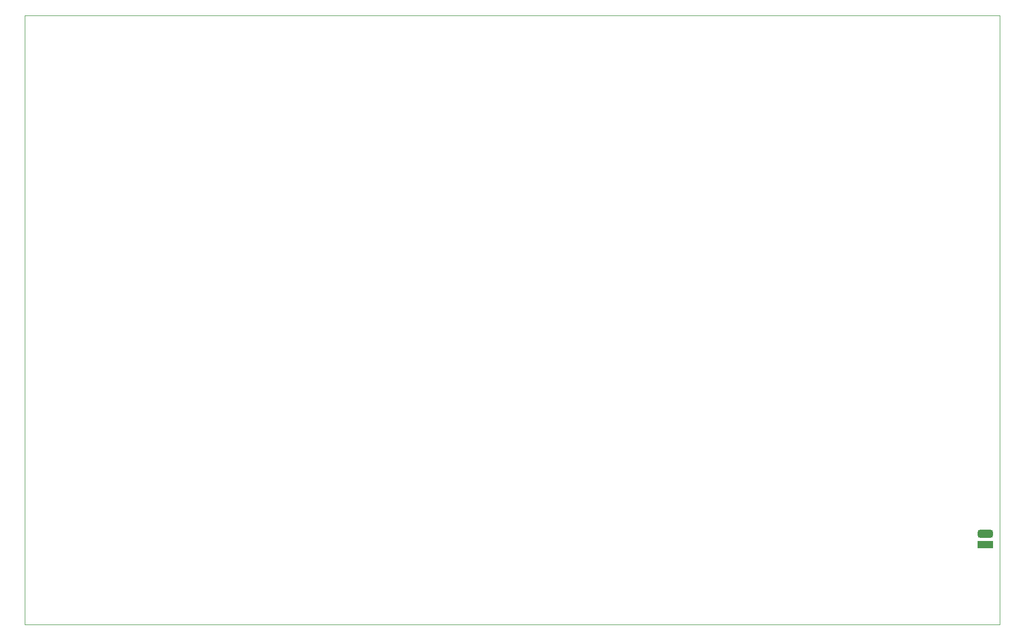
<source format=gbp>
G04*
G04 #@! TF.GenerationSoftware,Altium Limited,Altium Designer,22.6.1 (34)*
G04*
G04 Layer_Color=6922405*
%FSLAX44Y44*%
%MOMM*%
G71*
G04*
G04 #@! TF.SameCoordinates,7EAFA6D0-7FEA-492A-8EC4-A6B53FA9F8CD*
G04*
G04*
G04 #@! TF.FilePolarity,Positive*
G04*
G01*
G75*
%ADD13C,0.1000*%
G04:AMPARAMS|DCode=89|XSize=1.3mm|YSize=2.5mm|CornerRadius=0.325mm|HoleSize=0mm|Usage=FLASHONLY|Rotation=90.000|XOffset=0mm|YOffset=0mm|HoleType=Round|Shape=RoundedRectangle|*
%AMROUNDEDRECTD89*
21,1,1.3000,1.8500,0,0,90.0*
21,1,0.6500,2.5000,0,0,90.0*
1,1,0.6500,0.9250,0.3250*
1,1,0.6500,0.9250,-0.3250*
1,1,0.6500,-0.9250,-0.3250*
1,1,0.6500,-0.9250,0.3250*
%
%ADD89ROUNDEDRECTD89*%
%ADD90R,2.5000X1.3000*%
D13*
X0Y1000000D02*
X1600000D01*
X0Y0D02*
Y1000000D01*
X1600000D02*
X1600000Y0D01*
X0D02*
X1600000D01*
D89*
X1577000Y149000D02*
D03*
D90*
Y131000D02*
D03*
M02*

</source>
